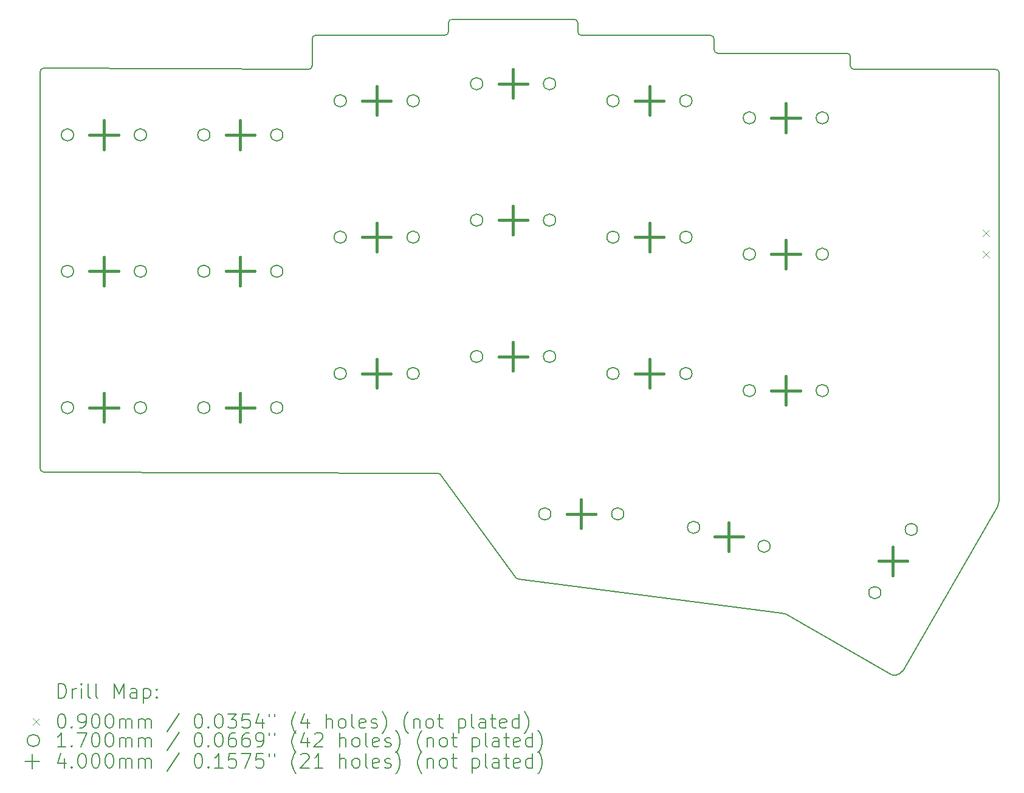
<source format=gbr>
%TF.GenerationSoftware,KiCad,Pcbnew,7.0.8*%
%TF.CreationDate,2023-10-24T16:55:24+02:00*%
%TF.ProjectId,corne-chocolate,636f726e-652d-4636-986f-636f6c617465,2.1*%
%TF.SameCoordinates,Original*%
%TF.FileFunction,Drillmap*%
%TF.FilePolarity,Positive*%
%FSLAX45Y45*%
G04 Gerber Fmt 4.5, Leading zero omitted, Abs format (unit mm)*
G04 Created by KiCad (PCBNEW 7.0.8) date 2023-10-24 16:55:24*
%MOMM*%
%LPD*%
G01*
G04 APERTURE LIST*
%ADD10C,0.150000*%
%ADD11C,0.200000*%
%ADD12C,0.090000*%
%ADD13C,0.170000*%
%ADD14C,0.400000*%
G04 APERTURE END LIST*
D10*
X11650000Y-12425000D02*
X6159375Y-12409375D01*
X6109375Y-9434375D02*
X6109375Y-7534375D01*
X6109375Y-9434375D02*
X6109375Y-11334375D01*
X19475000Y-6850000D02*
X19475000Y-12797500D01*
X15500000Y-6525000D02*
X15500000Y-6375000D01*
X19452277Y-12884770D02*
G75*
G03*
X19475000Y-12797500I-147507J85000D01*
G01*
X13600000Y-6275000D02*
X13600000Y-6150000D01*
X6109375Y-7534375D02*
X6109375Y-6834375D01*
X19475000Y-6850000D02*
G75*
G03*
X19425000Y-6800000I-50000J0D01*
G01*
X11750000Y-6325000D02*
X9950000Y-6325000D01*
X9950000Y-6325000D02*
G75*
G03*
X9900000Y-6375000I0J-50000D01*
G01*
X9850000Y-6800000D02*
X6159375Y-6784375D01*
X12739645Y-13885355D02*
G75*
G03*
X12775000Y-13900000I35355J35355D01*
G01*
X17350000Y-6575000D02*
X15550000Y-6575000D01*
X16507500Y-14390000D02*
X17936925Y-15216096D01*
X9850000Y-6800000D02*
G75*
G03*
X9900000Y-6750000I0J50000D01*
G01*
X6109375Y-12359375D02*
G75*
G03*
X6159375Y-12409375I50005J5D01*
G01*
X13550000Y-6100000D02*
X11850000Y-6100000D01*
X15450000Y-6325000D02*
X13650000Y-6325000D01*
X17936928Y-15216091D02*
G75*
G03*
X18129726Y-15178146I77502J114991D01*
G01*
X11685355Y-12439645D02*
X12739645Y-13885355D01*
X15500000Y-6525000D02*
G75*
G03*
X15550000Y-6575000I50000J0D01*
G01*
X13600000Y-6150000D02*
G75*
G03*
X13550000Y-6100000I-50000J0D01*
G01*
X11800000Y-6150000D02*
X11800000Y-6275000D01*
X17400000Y-6625000D02*
G75*
G03*
X17350000Y-6575000I-50000J0D01*
G01*
X12775000Y-13900000D02*
X16442055Y-14377034D01*
X15500000Y-6375000D02*
G75*
G03*
X15450000Y-6325000I-50000J0D01*
G01*
X9900000Y-6375000D02*
X9900000Y-6750000D01*
X18129726Y-15178146D02*
X19452500Y-12885000D01*
X11750000Y-6325000D02*
G75*
G03*
X11800000Y-6275000I0J50000D01*
G01*
X16507500Y-14390000D02*
G75*
G03*
X16442055Y-14377034I-98760J-326840D01*
G01*
X11685355Y-12439645D02*
G75*
G03*
X11650000Y-12425000I-35355J-35355D01*
G01*
X13600000Y-6275000D02*
G75*
G03*
X13650000Y-6325000I50000J0D01*
G01*
X17400000Y-6750000D02*
G75*
G03*
X17450000Y-6800000I50000J0D01*
G01*
X6109375Y-11334375D02*
X6109375Y-12359375D01*
X17400000Y-6625000D02*
X17400000Y-6750000D01*
X11850000Y-6100000D02*
G75*
G03*
X11800000Y-6150000I0J-50000D01*
G01*
X6159375Y-6784375D02*
G75*
G03*
X6109375Y-6834375I-5J-49995D01*
G01*
X19425000Y-6800000D02*
X17450000Y-6800000D01*
D11*
D12*
X19245000Y-9032500D02*
X19335000Y-9122500D01*
X19335000Y-9032500D02*
X19245000Y-9122500D01*
X19245000Y-9032500D02*
X19335000Y-9122500D01*
X19335000Y-9032500D02*
X19245000Y-9122500D01*
X19245000Y-9332500D02*
X19335000Y-9422500D01*
X19335000Y-9332500D02*
X19245000Y-9422500D01*
X19245000Y-9332500D02*
X19335000Y-9422500D01*
X19335000Y-9332500D02*
X19245000Y-9422500D01*
D13*
X6577000Y-7712500D02*
G75*
G03*
X6577000Y-7712500I-85000J0D01*
G01*
X6577000Y-9612500D02*
G75*
G03*
X6577000Y-9612500I-85000J0D01*
G01*
X6577000Y-11512500D02*
G75*
G03*
X6577000Y-11512500I-85000J0D01*
G01*
X7593000Y-7712500D02*
G75*
G03*
X7593000Y-7712500I-85000J0D01*
G01*
X7593000Y-9612500D02*
G75*
G03*
X7593000Y-9612500I-85000J0D01*
G01*
X7593000Y-11512500D02*
G75*
G03*
X7593000Y-11512500I-85000J0D01*
G01*
X8477000Y-7712500D02*
G75*
G03*
X8477000Y-7712500I-85000J0D01*
G01*
X8477000Y-9612500D02*
G75*
G03*
X8477000Y-9612500I-85000J0D01*
G01*
X8477000Y-11512500D02*
G75*
G03*
X8477000Y-11512500I-85000J0D01*
G01*
X9493000Y-7712500D02*
G75*
G03*
X9493000Y-7712500I-85000J0D01*
G01*
X9493000Y-9612500D02*
G75*
G03*
X9493000Y-9612500I-85000J0D01*
G01*
X9493000Y-11512500D02*
G75*
G03*
X9493000Y-11512500I-85000J0D01*
G01*
X10377000Y-7237500D02*
G75*
G03*
X10377000Y-7237500I-85000J0D01*
G01*
X10377000Y-9137500D02*
G75*
G03*
X10377000Y-9137500I-85000J0D01*
G01*
X10377000Y-11037500D02*
G75*
G03*
X10377000Y-11037500I-85000J0D01*
G01*
X11393000Y-7237500D02*
G75*
G03*
X11393000Y-7237500I-85000J0D01*
G01*
X11393000Y-9137500D02*
G75*
G03*
X11393000Y-9137500I-85000J0D01*
G01*
X11393000Y-11037500D02*
G75*
G03*
X11393000Y-11037500I-85000J0D01*
G01*
X12277000Y-7000000D02*
G75*
G03*
X12277000Y-7000000I-85000J0D01*
G01*
X12277000Y-8900000D02*
G75*
G03*
X12277000Y-8900000I-85000J0D01*
G01*
X12277000Y-10800000D02*
G75*
G03*
X12277000Y-10800000I-85000J0D01*
G01*
X13227000Y-12993750D02*
G75*
G03*
X13227000Y-12993750I-85000J0D01*
G01*
X13293000Y-7000000D02*
G75*
G03*
X13293000Y-7000000I-85000J0D01*
G01*
X13293000Y-8900000D02*
G75*
G03*
X13293000Y-8900000I-85000J0D01*
G01*
X13293000Y-10800000D02*
G75*
G03*
X13293000Y-10800000I-85000J0D01*
G01*
X14177000Y-7237500D02*
G75*
G03*
X14177000Y-7237500I-85000J0D01*
G01*
X14177000Y-9137500D02*
G75*
G03*
X14177000Y-9137500I-85000J0D01*
G01*
X14177000Y-11037500D02*
G75*
G03*
X14177000Y-11037500I-85000J0D01*
G01*
X14243000Y-12993750D02*
G75*
G03*
X14243000Y-12993750I-85000J0D01*
G01*
X15193000Y-7237500D02*
G75*
G03*
X15193000Y-7237500I-85000J0D01*
G01*
X15193000Y-9137500D02*
G75*
G03*
X15193000Y-9137500I-85000J0D01*
G01*
X15193000Y-11037500D02*
G75*
G03*
X15193000Y-11037500I-85000J0D01*
G01*
X15300560Y-13181020D02*
G75*
G03*
X15300560Y-13181020I-85000J0D01*
G01*
X16077000Y-7475000D02*
G75*
G03*
X16077000Y-7475000I-85000J0D01*
G01*
X16077000Y-9375000D02*
G75*
G03*
X16077000Y-9375000I-85000J0D01*
G01*
X16077000Y-11275000D02*
G75*
G03*
X16077000Y-11275000I-85000J0D01*
G01*
X16281940Y-13443980D02*
G75*
G03*
X16281940Y-13443980I-85000J0D01*
G01*
X17093000Y-7475000D02*
G75*
G03*
X17093000Y-7475000I-85000J0D01*
G01*
X17093000Y-9375000D02*
G75*
G03*
X17093000Y-9375000I-85000J0D01*
G01*
X17093000Y-11275000D02*
G75*
G03*
X17093000Y-11275000I-85000J0D01*
G01*
X17824750Y-14089941D02*
G75*
G03*
X17824750Y-14089941I-85000J0D01*
G01*
X18332750Y-13210059D02*
G75*
G03*
X18332750Y-13210059I-85000J0D01*
G01*
D14*
X7000000Y-7512500D02*
X7000000Y-7912500D01*
X6800000Y-7712500D02*
X7200000Y-7712500D01*
X7000000Y-9412500D02*
X7000000Y-9812500D01*
X6800000Y-9612500D02*
X7200000Y-9612500D01*
X7000000Y-11312500D02*
X7000000Y-11712500D01*
X6800000Y-11512500D02*
X7200000Y-11512500D01*
X8900000Y-7512500D02*
X8900000Y-7912500D01*
X8700000Y-7712500D02*
X9100000Y-7712500D01*
X8900000Y-9412500D02*
X8900000Y-9812500D01*
X8700000Y-9612500D02*
X9100000Y-9612500D01*
X8900000Y-11312500D02*
X8900000Y-11712500D01*
X8700000Y-11512500D02*
X9100000Y-11512500D01*
X10800000Y-7037500D02*
X10800000Y-7437500D01*
X10600000Y-7237500D02*
X11000000Y-7237500D01*
X10800000Y-8937500D02*
X10800000Y-9337500D01*
X10600000Y-9137500D02*
X11000000Y-9137500D01*
X10800000Y-10837500D02*
X10800000Y-11237500D01*
X10600000Y-11037500D02*
X11000000Y-11037500D01*
X12700000Y-6800000D02*
X12700000Y-7200000D01*
X12500000Y-7000000D02*
X12900000Y-7000000D01*
X12700000Y-8700000D02*
X12700000Y-9100000D01*
X12500000Y-8900000D02*
X12900000Y-8900000D01*
X12700000Y-10600000D02*
X12700000Y-11000000D01*
X12500000Y-10800000D02*
X12900000Y-10800000D01*
X13650000Y-12793750D02*
X13650000Y-13193750D01*
X13450000Y-12993750D02*
X13850000Y-12993750D01*
X14600000Y-7037500D02*
X14600000Y-7437500D01*
X14400000Y-7237500D02*
X14800000Y-7237500D01*
X14600000Y-8937500D02*
X14600000Y-9337500D01*
X14400000Y-9137500D02*
X14800000Y-9137500D01*
X14600000Y-10837500D02*
X14600000Y-11237500D01*
X14400000Y-11037500D02*
X14800000Y-11037500D01*
X15706250Y-13112500D02*
X15706250Y-13512500D01*
X15506250Y-13312500D02*
X15906250Y-13312500D01*
X16500000Y-7275000D02*
X16500000Y-7675000D01*
X16300000Y-7475000D02*
X16700000Y-7475000D01*
X16500000Y-9175000D02*
X16500000Y-9575000D01*
X16300000Y-9375000D02*
X16700000Y-9375000D01*
X16500000Y-11075000D02*
X16500000Y-11475000D01*
X16300000Y-11275000D02*
X16700000Y-11275000D01*
X17993750Y-13450000D02*
X17993750Y-13850000D01*
X17793750Y-13650000D02*
X18193750Y-13650000D01*
D11*
X6362652Y-15558754D02*
X6362652Y-15358754D01*
X6362652Y-15358754D02*
X6410271Y-15358754D01*
X6410271Y-15358754D02*
X6438842Y-15368278D01*
X6438842Y-15368278D02*
X6457890Y-15387325D01*
X6457890Y-15387325D02*
X6467414Y-15406373D01*
X6467414Y-15406373D02*
X6476937Y-15444468D01*
X6476937Y-15444468D02*
X6476937Y-15473040D01*
X6476937Y-15473040D02*
X6467414Y-15511135D01*
X6467414Y-15511135D02*
X6457890Y-15530182D01*
X6457890Y-15530182D02*
X6438842Y-15549230D01*
X6438842Y-15549230D02*
X6410271Y-15558754D01*
X6410271Y-15558754D02*
X6362652Y-15558754D01*
X6562652Y-15558754D02*
X6562652Y-15425420D01*
X6562652Y-15463516D02*
X6572176Y-15444468D01*
X6572176Y-15444468D02*
X6581699Y-15434944D01*
X6581699Y-15434944D02*
X6600747Y-15425420D01*
X6600747Y-15425420D02*
X6619795Y-15425420D01*
X6686461Y-15558754D02*
X6686461Y-15425420D01*
X6686461Y-15358754D02*
X6676937Y-15368278D01*
X6676937Y-15368278D02*
X6686461Y-15377801D01*
X6686461Y-15377801D02*
X6695985Y-15368278D01*
X6695985Y-15368278D02*
X6686461Y-15358754D01*
X6686461Y-15358754D02*
X6686461Y-15377801D01*
X6810271Y-15558754D02*
X6791223Y-15549230D01*
X6791223Y-15549230D02*
X6781699Y-15530182D01*
X6781699Y-15530182D02*
X6781699Y-15358754D01*
X6915033Y-15558754D02*
X6895985Y-15549230D01*
X6895985Y-15549230D02*
X6886461Y-15530182D01*
X6886461Y-15530182D02*
X6886461Y-15358754D01*
X7143604Y-15558754D02*
X7143604Y-15358754D01*
X7143604Y-15358754D02*
X7210271Y-15501611D01*
X7210271Y-15501611D02*
X7276937Y-15358754D01*
X7276937Y-15358754D02*
X7276937Y-15558754D01*
X7457890Y-15558754D02*
X7457890Y-15453992D01*
X7457890Y-15453992D02*
X7448366Y-15434944D01*
X7448366Y-15434944D02*
X7429318Y-15425420D01*
X7429318Y-15425420D02*
X7391223Y-15425420D01*
X7391223Y-15425420D02*
X7372176Y-15434944D01*
X7457890Y-15549230D02*
X7438842Y-15558754D01*
X7438842Y-15558754D02*
X7391223Y-15558754D01*
X7391223Y-15558754D02*
X7372176Y-15549230D01*
X7372176Y-15549230D02*
X7362652Y-15530182D01*
X7362652Y-15530182D02*
X7362652Y-15511135D01*
X7362652Y-15511135D02*
X7372176Y-15492087D01*
X7372176Y-15492087D02*
X7391223Y-15482563D01*
X7391223Y-15482563D02*
X7438842Y-15482563D01*
X7438842Y-15482563D02*
X7457890Y-15473040D01*
X7553128Y-15425420D02*
X7553128Y-15625420D01*
X7553128Y-15434944D02*
X7572176Y-15425420D01*
X7572176Y-15425420D02*
X7610271Y-15425420D01*
X7610271Y-15425420D02*
X7629318Y-15434944D01*
X7629318Y-15434944D02*
X7638842Y-15444468D01*
X7638842Y-15444468D02*
X7648366Y-15463516D01*
X7648366Y-15463516D02*
X7648366Y-15520659D01*
X7648366Y-15520659D02*
X7638842Y-15539706D01*
X7638842Y-15539706D02*
X7629318Y-15549230D01*
X7629318Y-15549230D02*
X7610271Y-15558754D01*
X7610271Y-15558754D02*
X7572176Y-15558754D01*
X7572176Y-15558754D02*
X7553128Y-15549230D01*
X7734080Y-15539706D02*
X7743604Y-15549230D01*
X7743604Y-15549230D02*
X7734080Y-15558754D01*
X7734080Y-15558754D02*
X7724557Y-15549230D01*
X7724557Y-15549230D02*
X7734080Y-15539706D01*
X7734080Y-15539706D02*
X7734080Y-15558754D01*
X7734080Y-15434944D02*
X7743604Y-15444468D01*
X7743604Y-15444468D02*
X7734080Y-15453992D01*
X7734080Y-15453992D02*
X7724557Y-15444468D01*
X7724557Y-15444468D02*
X7734080Y-15434944D01*
X7734080Y-15434944D02*
X7734080Y-15453992D01*
D12*
X6011875Y-15842270D02*
X6101875Y-15932270D01*
X6101875Y-15842270D02*
X6011875Y-15932270D01*
D11*
X6400747Y-15778754D02*
X6419795Y-15778754D01*
X6419795Y-15778754D02*
X6438842Y-15788278D01*
X6438842Y-15788278D02*
X6448366Y-15797801D01*
X6448366Y-15797801D02*
X6457890Y-15816849D01*
X6457890Y-15816849D02*
X6467414Y-15854944D01*
X6467414Y-15854944D02*
X6467414Y-15902563D01*
X6467414Y-15902563D02*
X6457890Y-15940659D01*
X6457890Y-15940659D02*
X6448366Y-15959706D01*
X6448366Y-15959706D02*
X6438842Y-15969230D01*
X6438842Y-15969230D02*
X6419795Y-15978754D01*
X6419795Y-15978754D02*
X6400747Y-15978754D01*
X6400747Y-15978754D02*
X6381699Y-15969230D01*
X6381699Y-15969230D02*
X6372176Y-15959706D01*
X6372176Y-15959706D02*
X6362652Y-15940659D01*
X6362652Y-15940659D02*
X6353128Y-15902563D01*
X6353128Y-15902563D02*
X6353128Y-15854944D01*
X6353128Y-15854944D02*
X6362652Y-15816849D01*
X6362652Y-15816849D02*
X6372176Y-15797801D01*
X6372176Y-15797801D02*
X6381699Y-15788278D01*
X6381699Y-15788278D02*
X6400747Y-15778754D01*
X6553128Y-15959706D02*
X6562652Y-15969230D01*
X6562652Y-15969230D02*
X6553128Y-15978754D01*
X6553128Y-15978754D02*
X6543604Y-15969230D01*
X6543604Y-15969230D02*
X6553128Y-15959706D01*
X6553128Y-15959706D02*
X6553128Y-15978754D01*
X6657890Y-15978754D02*
X6695985Y-15978754D01*
X6695985Y-15978754D02*
X6715033Y-15969230D01*
X6715033Y-15969230D02*
X6724557Y-15959706D01*
X6724557Y-15959706D02*
X6743604Y-15931135D01*
X6743604Y-15931135D02*
X6753128Y-15893040D01*
X6753128Y-15893040D02*
X6753128Y-15816849D01*
X6753128Y-15816849D02*
X6743604Y-15797801D01*
X6743604Y-15797801D02*
X6734080Y-15788278D01*
X6734080Y-15788278D02*
X6715033Y-15778754D01*
X6715033Y-15778754D02*
X6676937Y-15778754D01*
X6676937Y-15778754D02*
X6657890Y-15788278D01*
X6657890Y-15788278D02*
X6648366Y-15797801D01*
X6648366Y-15797801D02*
X6638842Y-15816849D01*
X6638842Y-15816849D02*
X6638842Y-15864468D01*
X6638842Y-15864468D02*
X6648366Y-15883516D01*
X6648366Y-15883516D02*
X6657890Y-15893040D01*
X6657890Y-15893040D02*
X6676937Y-15902563D01*
X6676937Y-15902563D02*
X6715033Y-15902563D01*
X6715033Y-15902563D02*
X6734080Y-15893040D01*
X6734080Y-15893040D02*
X6743604Y-15883516D01*
X6743604Y-15883516D02*
X6753128Y-15864468D01*
X6876937Y-15778754D02*
X6895985Y-15778754D01*
X6895985Y-15778754D02*
X6915033Y-15788278D01*
X6915033Y-15788278D02*
X6924557Y-15797801D01*
X6924557Y-15797801D02*
X6934080Y-15816849D01*
X6934080Y-15816849D02*
X6943604Y-15854944D01*
X6943604Y-15854944D02*
X6943604Y-15902563D01*
X6943604Y-15902563D02*
X6934080Y-15940659D01*
X6934080Y-15940659D02*
X6924557Y-15959706D01*
X6924557Y-15959706D02*
X6915033Y-15969230D01*
X6915033Y-15969230D02*
X6895985Y-15978754D01*
X6895985Y-15978754D02*
X6876937Y-15978754D01*
X6876937Y-15978754D02*
X6857890Y-15969230D01*
X6857890Y-15969230D02*
X6848366Y-15959706D01*
X6848366Y-15959706D02*
X6838842Y-15940659D01*
X6838842Y-15940659D02*
X6829318Y-15902563D01*
X6829318Y-15902563D02*
X6829318Y-15854944D01*
X6829318Y-15854944D02*
X6838842Y-15816849D01*
X6838842Y-15816849D02*
X6848366Y-15797801D01*
X6848366Y-15797801D02*
X6857890Y-15788278D01*
X6857890Y-15788278D02*
X6876937Y-15778754D01*
X7067414Y-15778754D02*
X7086461Y-15778754D01*
X7086461Y-15778754D02*
X7105509Y-15788278D01*
X7105509Y-15788278D02*
X7115033Y-15797801D01*
X7115033Y-15797801D02*
X7124557Y-15816849D01*
X7124557Y-15816849D02*
X7134080Y-15854944D01*
X7134080Y-15854944D02*
X7134080Y-15902563D01*
X7134080Y-15902563D02*
X7124557Y-15940659D01*
X7124557Y-15940659D02*
X7115033Y-15959706D01*
X7115033Y-15959706D02*
X7105509Y-15969230D01*
X7105509Y-15969230D02*
X7086461Y-15978754D01*
X7086461Y-15978754D02*
X7067414Y-15978754D01*
X7067414Y-15978754D02*
X7048366Y-15969230D01*
X7048366Y-15969230D02*
X7038842Y-15959706D01*
X7038842Y-15959706D02*
X7029318Y-15940659D01*
X7029318Y-15940659D02*
X7019795Y-15902563D01*
X7019795Y-15902563D02*
X7019795Y-15854944D01*
X7019795Y-15854944D02*
X7029318Y-15816849D01*
X7029318Y-15816849D02*
X7038842Y-15797801D01*
X7038842Y-15797801D02*
X7048366Y-15788278D01*
X7048366Y-15788278D02*
X7067414Y-15778754D01*
X7219795Y-15978754D02*
X7219795Y-15845420D01*
X7219795Y-15864468D02*
X7229318Y-15854944D01*
X7229318Y-15854944D02*
X7248366Y-15845420D01*
X7248366Y-15845420D02*
X7276938Y-15845420D01*
X7276938Y-15845420D02*
X7295985Y-15854944D01*
X7295985Y-15854944D02*
X7305509Y-15873992D01*
X7305509Y-15873992D02*
X7305509Y-15978754D01*
X7305509Y-15873992D02*
X7315033Y-15854944D01*
X7315033Y-15854944D02*
X7334080Y-15845420D01*
X7334080Y-15845420D02*
X7362652Y-15845420D01*
X7362652Y-15845420D02*
X7381699Y-15854944D01*
X7381699Y-15854944D02*
X7391223Y-15873992D01*
X7391223Y-15873992D02*
X7391223Y-15978754D01*
X7486461Y-15978754D02*
X7486461Y-15845420D01*
X7486461Y-15864468D02*
X7495985Y-15854944D01*
X7495985Y-15854944D02*
X7515033Y-15845420D01*
X7515033Y-15845420D02*
X7543604Y-15845420D01*
X7543604Y-15845420D02*
X7562652Y-15854944D01*
X7562652Y-15854944D02*
X7572176Y-15873992D01*
X7572176Y-15873992D02*
X7572176Y-15978754D01*
X7572176Y-15873992D02*
X7581699Y-15854944D01*
X7581699Y-15854944D02*
X7600747Y-15845420D01*
X7600747Y-15845420D02*
X7629318Y-15845420D01*
X7629318Y-15845420D02*
X7648366Y-15854944D01*
X7648366Y-15854944D02*
X7657890Y-15873992D01*
X7657890Y-15873992D02*
X7657890Y-15978754D01*
X8048366Y-15769230D02*
X7876938Y-16026373D01*
X8305509Y-15778754D02*
X8324557Y-15778754D01*
X8324557Y-15778754D02*
X8343604Y-15788278D01*
X8343604Y-15788278D02*
X8353128Y-15797801D01*
X8353128Y-15797801D02*
X8362652Y-15816849D01*
X8362652Y-15816849D02*
X8372176Y-15854944D01*
X8372176Y-15854944D02*
X8372176Y-15902563D01*
X8372176Y-15902563D02*
X8362652Y-15940659D01*
X8362652Y-15940659D02*
X8353128Y-15959706D01*
X8353128Y-15959706D02*
X8343604Y-15969230D01*
X8343604Y-15969230D02*
X8324557Y-15978754D01*
X8324557Y-15978754D02*
X8305509Y-15978754D01*
X8305509Y-15978754D02*
X8286461Y-15969230D01*
X8286461Y-15969230D02*
X8276938Y-15959706D01*
X8276938Y-15959706D02*
X8267414Y-15940659D01*
X8267414Y-15940659D02*
X8257890Y-15902563D01*
X8257890Y-15902563D02*
X8257890Y-15854944D01*
X8257890Y-15854944D02*
X8267414Y-15816849D01*
X8267414Y-15816849D02*
X8276938Y-15797801D01*
X8276938Y-15797801D02*
X8286461Y-15788278D01*
X8286461Y-15788278D02*
X8305509Y-15778754D01*
X8457890Y-15959706D02*
X8467414Y-15969230D01*
X8467414Y-15969230D02*
X8457890Y-15978754D01*
X8457890Y-15978754D02*
X8448366Y-15969230D01*
X8448366Y-15969230D02*
X8457890Y-15959706D01*
X8457890Y-15959706D02*
X8457890Y-15978754D01*
X8591223Y-15778754D02*
X8610271Y-15778754D01*
X8610271Y-15778754D02*
X8629319Y-15788278D01*
X8629319Y-15788278D02*
X8638843Y-15797801D01*
X8638843Y-15797801D02*
X8648366Y-15816849D01*
X8648366Y-15816849D02*
X8657890Y-15854944D01*
X8657890Y-15854944D02*
X8657890Y-15902563D01*
X8657890Y-15902563D02*
X8648366Y-15940659D01*
X8648366Y-15940659D02*
X8638843Y-15959706D01*
X8638843Y-15959706D02*
X8629319Y-15969230D01*
X8629319Y-15969230D02*
X8610271Y-15978754D01*
X8610271Y-15978754D02*
X8591223Y-15978754D01*
X8591223Y-15978754D02*
X8572176Y-15969230D01*
X8572176Y-15969230D02*
X8562652Y-15959706D01*
X8562652Y-15959706D02*
X8553128Y-15940659D01*
X8553128Y-15940659D02*
X8543604Y-15902563D01*
X8543604Y-15902563D02*
X8543604Y-15854944D01*
X8543604Y-15854944D02*
X8553128Y-15816849D01*
X8553128Y-15816849D02*
X8562652Y-15797801D01*
X8562652Y-15797801D02*
X8572176Y-15788278D01*
X8572176Y-15788278D02*
X8591223Y-15778754D01*
X8724557Y-15778754D02*
X8848366Y-15778754D01*
X8848366Y-15778754D02*
X8781700Y-15854944D01*
X8781700Y-15854944D02*
X8810271Y-15854944D01*
X8810271Y-15854944D02*
X8829319Y-15864468D01*
X8829319Y-15864468D02*
X8838843Y-15873992D01*
X8838843Y-15873992D02*
X8848366Y-15893040D01*
X8848366Y-15893040D02*
X8848366Y-15940659D01*
X8848366Y-15940659D02*
X8838843Y-15959706D01*
X8838843Y-15959706D02*
X8829319Y-15969230D01*
X8829319Y-15969230D02*
X8810271Y-15978754D01*
X8810271Y-15978754D02*
X8753128Y-15978754D01*
X8753128Y-15978754D02*
X8734081Y-15969230D01*
X8734081Y-15969230D02*
X8724557Y-15959706D01*
X9029319Y-15778754D02*
X8934081Y-15778754D01*
X8934081Y-15778754D02*
X8924557Y-15873992D01*
X8924557Y-15873992D02*
X8934081Y-15864468D01*
X8934081Y-15864468D02*
X8953128Y-15854944D01*
X8953128Y-15854944D02*
X9000747Y-15854944D01*
X9000747Y-15854944D02*
X9019795Y-15864468D01*
X9019795Y-15864468D02*
X9029319Y-15873992D01*
X9029319Y-15873992D02*
X9038843Y-15893040D01*
X9038843Y-15893040D02*
X9038843Y-15940659D01*
X9038843Y-15940659D02*
X9029319Y-15959706D01*
X9029319Y-15959706D02*
X9019795Y-15969230D01*
X9019795Y-15969230D02*
X9000747Y-15978754D01*
X9000747Y-15978754D02*
X8953128Y-15978754D01*
X8953128Y-15978754D02*
X8934081Y-15969230D01*
X8934081Y-15969230D02*
X8924557Y-15959706D01*
X9210271Y-15845420D02*
X9210271Y-15978754D01*
X9162652Y-15769230D02*
X9115033Y-15912087D01*
X9115033Y-15912087D02*
X9238843Y-15912087D01*
X9305509Y-15778754D02*
X9305509Y-15816849D01*
X9381700Y-15778754D02*
X9381700Y-15816849D01*
X9676938Y-16054944D02*
X9667414Y-16045420D01*
X9667414Y-16045420D02*
X9648366Y-16016849D01*
X9648366Y-16016849D02*
X9638843Y-15997801D01*
X9638843Y-15997801D02*
X9629319Y-15969230D01*
X9629319Y-15969230D02*
X9619795Y-15921611D01*
X9619795Y-15921611D02*
X9619795Y-15883516D01*
X9619795Y-15883516D02*
X9629319Y-15835897D01*
X9629319Y-15835897D02*
X9638843Y-15807325D01*
X9638843Y-15807325D02*
X9648366Y-15788278D01*
X9648366Y-15788278D02*
X9667414Y-15759706D01*
X9667414Y-15759706D02*
X9676938Y-15750182D01*
X9838843Y-15845420D02*
X9838843Y-15978754D01*
X9791224Y-15769230D02*
X9743605Y-15912087D01*
X9743605Y-15912087D02*
X9867414Y-15912087D01*
X10095986Y-15978754D02*
X10095986Y-15778754D01*
X10181700Y-15978754D02*
X10181700Y-15873992D01*
X10181700Y-15873992D02*
X10172176Y-15854944D01*
X10172176Y-15854944D02*
X10153128Y-15845420D01*
X10153128Y-15845420D02*
X10124557Y-15845420D01*
X10124557Y-15845420D02*
X10105509Y-15854944D01*
X10105509Y-15854944D02*
X10095986Y-15864468D01*
X10305509Y-15978754D02*
X10286462Y-15969230D01*
X10286462Y-15969230D02*
X10276938Y-15959706D01*
X10276938Y-15959706D02*
X10267414Y-15940659D01*
X10267414Y-15940659D02*
X10267414Y-15883516D01*
X10267414Y-15883516D02*
X10276938Y-15864468D01*
X10276938Y-15864468D02*
X10286462Y-15854944D01*
X10286462Y-15854944D02*
X10305509Y-15845420D01*
X10305509Y-15845420D02*
X10334081Y-15845420D01*
X10334081Y-15845420D02*
X10353128Y-15854944D01*
X10353128Y-15854944D02*
X10362652Y-15864468D01*
X10362652Y-15864468D02*
X10372176Y-15883516D01*
X10372176Y-15883516D02*
X10372176Y-15940659D01*
X10372176Y-15940659D02*
X10362652Y-15959706D01*
X10362652Y-15959706D02*
X10353128Y-15969230D01*
X10353128Y-15969230D02*
X10334081Y-15978754D01*
X10334081Y-15978754D02*
X10305509Y-15978754D01*
X10486462Y-15978754D02*
X10467414Y-15969230D01*
X10467414Y-15969230D02*
X10457890Y-15950182D01*
X10457890Y-15950182D02*
X10457890Y-15778754D01*
X10638843Y-15969230D02*
X10619795Y-15978754D01*
X10619795Y-15978754D02*
X10581700Y-15978754D01*
X10581700Y-15978754D02*
X10562652Y-15969230D01*
X10562652Y-15969230D02*
X10553128Y-15950182D01*
X10553128Y-15950182D02*
X10553128Y-15873992D01*
X10553128Y-15873992D02*
X10562652Y-15854944D01*
X10562652Y-15854944D02*
X10581700Y-15845420D01*
X10581700Y-15845420D02*
X10619795Y-15845420D01*
X10619795Y-15845420D02*
X10638843Y-15854944D01*
X10638843Y-15854944D02*
X10648367Y-15873992D01*
X10648367Y-15873992D02*
X10648367Y-15893040D01*
X10648367Y-15893040D02*
X10553128Y-15912087D01*
X10724557Y-15969230D02*
X10743605Y-15978754D01*
X10743605Y-15978754D02*
X10781700Y-15978754D01*
X10781700Y-15978754D02*
X10800748Y-15969230D01*
X10800748Y-15969230D02*
X10810271Y-15950182D01*
X10810271Y-15950182D02*
X10810271Y-15940659D01*
X10810271Y-15940659D02*
X10800748Y-15921611D01*
X10800748Y-15921611D02*
X10781700Y-15912087D01*
X10781700Y-15912087D02*
X10753128Y-15912087D01*
X10753128Y-15912087D02*
X10734081Y-15902563D01*
X10734081Y-15902563D02*
X10724557Y-15883516D01*
X10724557Y-15883516D02*
X10724557Y-15873992D01*
X10724557Y-15873992D02*
X10734081Y-15854944D01*
X10734081Y-15854944D02*
X10753128Y-15845420D01*
X10753128Y-15845420D02*
X10781700Y-15845420D01*
X10781700Y-15845420D02*
X10800748Y-15854944D01*
X10876938Y-16054944D02*
X10886462Y-16045420D01*
X10886462Y-16045420D02*
X10905509Y-16016849D01*
X10905509Y-16016849D02*
X10915033Y-15997801D01*
X10915033Y-15997801D02*
X10924557Y-15969230D01*
X10924557Y-15969230D02*
X10934081Y-15921611D01*
X10934081Y-15921611D02*
X10934081Y-15883516D01*
X10934081Y-15883516D02*
X10924557Y-15835897D01*
X10924557Y-15835897D02*
X10915033Y-15807325D01*
X10915033Y-15807325D02*
X10905509Y-15788278D01*
X10905509Y-15788278D02*
X10886462Y-15759706D01*
X10886462Y-15759706D02*
X10876938Y-15750182D01*
X11238843Y-16054944D02*
X11229319Y-16045420D01*
X11229319Y-16045420D02*
X11210271Y-16016849D01*
X11210271Y-16016849D02*
X11200747Y-15997801D01*
X11200747Y-15997801D02*
X11191224Y-15969230D01*
X11191224Y-15969230D02*
X11181700Y-15921611D01*
X11181700Y-15921611D02*
X11181700Y-15883516D01*
X11181700Y-15883516D02*
X11191224Y-15835897D01*
X11191224Y-15835897D02*
X11200747Y-15807325D01*
X11200747Y-15807325D02*
X11210271Y-15788278D01*
X11210271Y-15788278D02*
X11229319Y-15759706D01*
X11229319Y-15759706D02*
X11238843Y-15750182D01*
X11315033Y-15845420D02*
X11315033Y-15978754D01*
X11315033Y-15864468D02*
X11324557Y-15854944D01*
X11324557Y-15854944D02*
X11343605Y-15845420D01*
X11343605Y-15845420D02*
X11372176Y-15845420D01*
X11372176Y-15845420D02*
X11391224Y-15854944D01*
X11391224Y-15854944D02*
X11400747Y-15873992D01*
X11400747Y-15873992D02*
X11400747Y-15978754D01*
X11524557Y-15978754D02*
X11505509Y-15969230D01*
X11505509Y-15969230D02*
X11495986Y-15959706D01*
X11495986Y-15959706D02*
X11486462Y-15940659D01*
X11486462Y-15940659D02*
X11486462Y-15883516D01*
X11486462Y-15883516D02*
X11495986Y-15864468D01*
X11495986Y-15864468D02*
X11505509Y-15854944D01*
X11505509Y-15854944D02*
X11524557Y-15845420D01*
X11524557Y-15845420D02*
X11553128Y-15845420D01*
X11553128Y-15845420D02*
X11572176Y-15854944D01*
X11572176Y-15854944D02*
X11581700Y-15864468D01*
X11581700Y-15864468D02*
X11591224Y-15883516D01*
X11591224Y-15883516D02*
X11591224Y-15940659D01*
X11591224Y-15940659D02*
X11581700Y-15959706D01*
X11581700Y-15959706D02*
X11572176Y-15969230D01*
X11572176Y-15969230D02*
X11553128Y-15978754D01*
X11553128Y-15978754D02*
X11524557Y-15978754D01*
X11648367Y-15845420D02*
X11724557Y-15845420D01*
X11676938Y-15778754D02*
X11676938Y-15950182D01*
X11676938Y-15950182D02*
X11686462Y-15969230D01*
X11686462Y-15969230D02*
X11705509Y-15978754D01*
X11705509Y-15978754D02*
X11724557Y-15978754D01*
X11943605Y-15845420D02*
X11943605Y-16045420D01*
X11943605Y-15854944D02*
X11962652Y-15845420D01*
X11962652Y-15845420D02*
X12000748Y-15845420D01*
X12000748Y-15845420D02*
X12019795Y-15854944D01*
X12019795Y-15854944D02*
X12029319Y-15864468D01*
X12029319Y-15864468D02*
X12038843Y-15883516D01*
X12038843Y-15883516D02*
X12038843Y-15940659D01*
X12038843Y-15940659D02*
X12029319Y-15959706D01*
X12029319Y-15959706D02*
X12019795Y-15969230D01*
X12019795Y-15969230D02*
X12000748Y-15978754D01*
X12000748Y-15978754D02*
X11962652Y-15978754D01*
X11962652Y-15978754D02*
X11943605Y-15969230D01*
X12153128Y-15978754D02*
X12134081Y-15969230D01*
X12134081Y-15969230D02*
X12124557Y-15950182D01*
X12124557Y-15950182D02*
X12124557Y-15778754D01*
X12315033Y-15978754D02*
X12315033Y-15873992D01*
X12315033Y-15873992D02*
X12305509Y-15854944D01*
X12305509Y-15854944D02*
X12286462Y-15845420D01*
X12286462Y-15845420D02*
X12248367Y-15845420D01*
X12248367Y-15845420D02*
X12229319Y-15854944D01*
X12315033Y-15969230D02*
X12295986Y-15978754D01*
X12295986Y-15978754D02*
X12248367Y-15978754D01*
X12248367Y-15978754D02*
X12229319Y-15969230D01*
X12229319Y-15969230D02*
X12219795Y-15950182D01*
X12219795Y-15950182D02*
X12219795Y-15931135D01*
X12219795Y-15931135D02*
X12229319Y-15912087D01*
X12229319Y-15912087D02*
X12248367Y-15902563D01*
X12248367Y-15902563D02*
X12295986Y-15902563D01*
X12295986Y-15902563D02*
X12315033Y-15893040D01*
X12381700Y-15845420D02*
X12457890Y-15845420D01*
X12410271Y-15778754D02*
X12410271Y-15950182D01*
X12410271Y-15950182D02*
X12419795Y-15969230D01*
X12419795Y-15969230D02*
X12438843Y-15978754D01*
X12438843Y-15978754D02*
X12457890Y-15978754D01*
X12600748Y-15969230D02*
X12581700Y-15978754D01*
X12581700Y-15978754D02*
X12543605Y-15978754D01*
X12543605Y-15978754D02*
X12524557Y-15969230D01*
X12524557Y-15969230D02*
X12515033Y-15950182D01*
X12515033Y-15950182D02*
X12515033Y-15873992D01*
X12515033Y-15873992D02*
X12524557Y-15854944D01*
X12524557Y-15854944D02*
X12543605Y-15845420D01*
X12543605Y-15845420D02*
X12581700Y-15845420D01*
X12581700Y-15845420D02*
X12600748Y-15854944D01*
X12600748Y-15854944D02*
X12610271Y-15873992D01*
X12610271Y-15873992D02*
X12610271Y-15893040D01*
X12610271Y-15893040D02*
X12515033Y-15912087D01*
X12781700Y-15978754D02*
X12781700Y-15778754D01*
X12781700Y-15969230D02*
X12762652Y-15978754D01*
X12762652Y-15978754D02*
X12724557Y-15978754D01*
X12724557Y-15978754D02*
X12705509Y-15969230D01*
X12705509Y-15969230D02*
X12695986Y-15959706D01*
X12695986Y-15959706D02*
X12686462Y-15940659D01*
X12686462Y-15940659D02*
X12686462Y-15883516D01*
X12686462Y-15883516D02*
X12695986Y-15864468D01*
X12695986Y-15864468D02*
X12705509Y-15854944D01*
X12705509Y-15854944D02*
X12724557Y-15845420D01*
X12724557Y-15845420D02*
X12762652Y-15845420D01*
X12762652Y-15845420D02*
X12781700Y-15854944D01*
X12857890Y-16054944D02*
X12867414Y-16045420D01*
X12867414Y-16045420D02*
X12886462Y-16016849D01*
X12886462Y-16016849D02*
X12895986Y-15997801D01*
X12895986Y-15997801D02*
X12905509Y-15969230D01*
X12905509Y-15969230D02*
X12915033Y-15921611D01*
X12915033Y-15921611D02*
X12915033Y-15883516D01*
X12915033Y-15883516D02*
X12905509Y-15835897D01*
X12905509Y-15835897D02*
X12895986Y-15807325D01*
X12895986Y-15807325D02*
X12886462Y-15788278D01*
X12886462Y-15788278D02*
X12867414Y-15759706D01*
X12867414Y-15759706D02*
X12857890Y-15750182D01*
D13*
X6101875Y-16151270D02*
G75*
G03*
X6101875Y-16151270I-85000J0D01*
G01*
D11*
X6467414Y-16242754D02*
X6353128Y-16242754D01*
X6410271Y-16242754D02*
X6410271Y-16042754D01*
X6410271Y-16042754D02*
X6391223Y-16071325D01*
X6391223Y-16071325D02*
X6372176Y-16090373D01*
X6372176Y-16090373D02*
X6353128Y-16099897D01*
X6553128Y-16223706D02*
X6562652Y-16233230D01*
X6562652Y-16233230D02*
X6553128Y-16242754D01*
X6553128Y-16242754D02*
X6543604Y-16233230D01*
X6543604Y-16233230D02*
X6553128Y-16223706D01*
X6553128Y-16223706D02*
X6553128Y-16242754D01*
X6629318Y-16042754D02*
X6762652Y-16042754D01*
X6762652Y-16042754D02*
X6676937Y-16242754D01*
X6876937Y-16042754D02*
X6895985Y-16042754D01*
X6895985Y-16042754D02*
X6915033Y-16052278D01*
X6915033Y-16052278D02*
X6924557Y-16061801D01*
X6924557Y-16061801D02*
X6934080Y-16080849D01*
X6934080Y-16080849D02*
X6943604Y-16118944D01*
X6943604Y-16118944D02*
X6943604Y-16166563D01*
X6943604Y-16166563D02*
X6934080Y-16204659D01*
X6934080Y-16204659D02*
X6924557Y-16223706D01*
X6924557Y-16223706D02*
X6915033Y-16233230D01*
X6915033Y-16233230D02*
X6895985Y-16242754D01*
X6895985Y-16242754D02*
X6876937Y-16242754D01*
X6876937Y-16242754D02*
X6857890Y-16233230D01*
X6857890Y-16233230D02*
X6848366Y-16223706D01*
X6848366Y-16223706D02*
X6838842Y-16204659D01*
X6838842Y-16204659D02*
X6829318Y-16166563D01*
X6829318Y-16166563D02*
X6829318Y-16118944D01*
X6829318Y-16118944D02*
X6838842Y-16080849D01*
X6838842Y-16080849D02*
X6848366Y-16061801D01*
X6848366Y-16061801D02*
X6857890Y-16052278D01*
X6857890Y-16052278D02*
X6876937Y-16042754D01*
X7067414Y-16042754D02*
X7086461Y-16042754D01*
X7086461Y-16042754D02*
X7105509Y-16052278D01*
X7105509Y-16052278D02*
X7115033Y-16061801D01*
X7115033Y-16061801D02*
X7124557Y-16080849D01*
X7124557Y-16080849D02*
X7134080Y-16118944D01*
X7134080Y-16118944D02*
X7134080Y-16166563D01*
X7134080Y-16166563D02*
X7124557Y-16204659D01*
X7124557Y-16204659D02*
X7115033Y-16223706D01*
X7115033Y-16223706D02*
X7105509Y-16233230D01*
X7105509Y-16233230D02*
X7086461Y-16242754D01*
X7086461Y-16242754D02*
X7067414Y-16242754D01*
X7067414Y-16242754D02*
X7048366Y-16233230D01*
X7048366Y-16233230D02*
X7038842Y-16223706D01*
X7038842Y-16223706D02*
X7029318Y-16204659D01*
X7029318Y-16204659D02*
X7019795Y-16166563D01*
X7019795Y-16166563D02*
X7019795Y-16118944D01*
X7019795Y-16118944D02*
X7029318Y-16080849D01*
X7029318Y-16080849D02*
X7038842Y-16061801D01*
X7038842Y-16061801D02*
X7048366Y-16052278D01*
X7048366Y-16052278D02*
X7067414Y-16042754D01*
X7219795Y-16242754D02*
X7219795Y-16109420D01*
X7219795Y-16128468D02*
X7229318Y-16118944D01*
X7229318Y-16118944D02*
X7248366Y-16109420D01*
X7248366Y-16109420D02*
X7276938Y-16109420D01*
X7276938Y-16109420D02*
X7295985Y-16118944D01*
X7295985Y-16118944D02*
X7305509Y-16137992D01*
X7305509Y-16137992D02*
X7305509Y-16242754D01*
X7305509Y-16137992D02*
X7315033Y-16118944D01*
X7315033Y-16118944D02*
X7334080Y-16109420D01*
X7334080Y-16109420D02*
X7362652Y-16109420D01*
X7362652Y-16109420D02*
X7381699Y-16118944D01*
X7381699Y-16118944D02*
X7391223Y-16137992D01*
X7391223Y-16137992D02*
X7391223Y-16242754D01*
X7486461Y-16242754D02*
X7486461Y-16109420D01*
X7486461Y-16128468D02*
X7495985Y-16118944D01*
X7495985Y-16118944D02*
X7515033Y-16109420D01*
X7515033Y-16109420D02*
X7543604Y-16109420D01*
X7543604Y-16109420D02*
X7562652Y-16118944D01*
X7562652Y-16118944D02*
X7572176Y-16137992D01*
X7572176Y-16137992D02*
X7572176Y-16242754D01*
X7572176Y-16137992D02*
X7581699Y-16118944D01*
X7581699Y-16118944D02*
X7600747Y-16109420D01*
X7600747Y-16109420D02*
X7629318Y-16109420D01*
X7629318Y-16109420D02*
X7648366Y-16118944D01*
X7648366Y-16118944D02*
X7657890Y-16137992D01*
X7657890Y-16137992D02*
X7657890Y-16242754D01*
X8048366Y-16033230D02*
X7876938Y-16290373D01*
X8305509Y-16042754D02*
X8324557Y-16042754D01*
X8324557Y-16042754D02*
X8343604Y-16052278D01*
X8343604Y-16052278D02*
X8353128Y-16061801D01*
X8353128Y-16061801D02*
X8362652Y-16080849D01*
X8362652Y-16080849D02*
X8372176Y-16118944D01*
X8372176Y-16118944D02*
X8372176Y-16166563D01*
X8372176Y-16166563D02*
X8362652Y-16204659D01*
X8362652Y-16204659D02*
X8353128Y-16223706D01*
X8353128Y-16223706D02*
X8343604Y-16233230D01*
X8343604Y-16233230D02*
X8324557Y-16242754D01*
X8324557Y-16242754D02*
X8305509Y-16242754D01*
X8305509Y-16242754D02*
X8286461Y-16233230D01*
X8286461Y-16233230D02*
X8276938Y-16223706D01*
X8276938Y-16223706D02*
X8267414Y-16204659D01*
X8267414Y-16204659D02*
X8257890Y-16166563D01*
X8257890Y-16166563D02*
X8257890Y-16118944D01*
X8257890Y-16118944D02*
X8267414Y-16080849D01*
X8267414Y-16080849D02*
X8276938Y-16061801D01*
X8276938Y-16061801D02*
X8286461Y-16052278D01*
X8286461Y-16052278D02*
X8305509Y-16042754D01*
X8457890Y-16223706D02*
X8467414Y-16233230D01*
X8467414Y-16233230D02*
X8457890Y-16242754D01*
X8457890Y-16242754D02*
X8448366Y-16233230D01*
X8448366Y-16233230D02*
X8457890Y-16223706D01*
X8457890Y-16223706D02*
X8457890Y-16242754D01*
X8591223Y-16042754D02*
X8610271Y-16042754D01*
X8610271Y-16042754D02*
X8629319Y-16052278D01*
X8629319Y-16052278D02*
X8638843Y-16061801D01*
X8638843Y-16061801D02*
X8648366Y-16080849D01*
X8648366Y-16080849D02*
X8657890Y-16118944D01*
X8657890Y-16118944D02*
X8657890Y-16166563D01*
X8657890Y-16166563D02*
X8648366Y-16204659D01*
X8648366Y-16204659D02*
X8638843Y-16223706D01*
X8638843Y-16223706D02*
X8629319Y-16233230D01*
X8629319Y-16233230D02*
X8610271Y-16242754D01*
X8610271Y-16242754D02*
X8591223Y-16242754D01*
X8591223Y-16242754D02*
X8572176Y-16233230D01*
X8572176Y-16233230D02*
X8562652Y-16223706D01*
X8562652Y-16223706D02*
X8553128Y-16204659D01*
X8553128Y-16204659D02*
X8543604Y-16166563D01*
X8543604Y-16166563D02*
X8543604Y-16118944D01*
X8543604Y-16118944D02*
X8553128Y-16080849D01*
X8553128Y-16080849D02*
X8562652Y-16061801D01*
X8562652Y-16061801D02*
X8572176Y-16052278D01*
X8572176Y-16052278D02*
X8591223Y-16042754D01*
X8829319Y-16042754D02*
X8791223Y-16042754D01*
X8791223Y-16042754D02*
X8772176Y-16052278D01*
X8772176Y-16052278D02*
X8762652Y-16061801D01*
X8762652Y-16061801D02*
X8743604Y-16090373D01*
X8743604Y-16090373D02*
X8734081Y-16128468D01*
X8734081Y-16128468D02*
X8734081Y-16204659D01*
X8734081Y-16204659D02*
X8743604Y-16223706D01*
X8743604Y-16223706D02*
X8753128Y-16233230D01*
X8753128Y-16233230D02*
X8772176Y-16242754D01*
X8772176Y-16242754D02*
X8810271Y-16242754D01*
X8810271Y-16242754D02*
X8829319Y-16233230D01*
X8829319Y-16233230D02*
X8838843Y-16223706D01*
X8838843Y-16223706D02*
X8848366Y-16204659D01*
X8848366Y-16204659D02*
X8848366Y-16157040D01*
X8848366Y-16157040D02*
X8838843Y-16137992D01*
X8838843Y-16137992D02*
X8829319Y-16128468D01*
X8829319Y-16128468D02*
X8810271Y-16118944D01*
X8810271Y-16118944D02*
X8772176Y-16118944D01*
X8772176Y-16118944D02*
X8753128Y-16128468D01*
X8753128Y-16128468D02*
X8743604Y-16137992D01*
X8743604Y-16137992D02*
X8734081Y-16157040D01*
X9019795Y-16042754D02*
X8981700Y-16042754D01*
X8981700Y-16042754D02*
X8962652Y-16052278D01*
X8962652Y-16052278D02*
X8953128Y-16061801D01*
X8953128Y-16061801D02*
X8934081Y-16090373D01*
X8934081Y-16090373D02*
X8924557Y-16128468D01*
X8924557Y-16128468D02*
X8924557Y-16204659D01*
X8924557Y-16204659D02*
X8934081Y-16223706D01*
X8934081Y-16223706D02*
X8943604Y-16233230D01*
X8943604Y-16233230D02*
X8962652Y-16242754D01*
X8962652Y-16242754D02*
X9000747Y-16242754D01*
X9000747Y-16242754D02*
X9019795Y-16233230D01*
X9019795Y-16233230D02*
X9029319Y-16223706D01*
X9029319Y-16223706D02*
X9038843Y-16204659D01*
X9038843Y-16204659D02*
X9038843Y-16157040D01*
X9038843Y-16157040D02*
X9029319Y-16137992D01*
X9029319Y-16137992D02*
X9019795Y-16128468D01*
X9019795Y-16128468D02*
X9000747Y-16118944D01*
X9000747Y-16118944D02*
X8962652Y-16118944D01*
X8962652Y-16118944D02*
X8943604Y-16128468D01*
X8943604Y-16128468D02*
X8934081Y-16137992D01*
X8934081Y-16137992D02*
X8924557Y-16157040D01*
X9134081Y-16242754D02*
X9172176Y-16242754D01*
X9172176Y-16242754D02*
X9191224Y-16233230D01*
X9191224Y-16233230D02*
X9200747Y-16223706D01*
X9200747Y-16223706D02*
X9219795Y-16195135D01*
X9219795Y-16195135D02*
X9229319Y-16157040D01*
X9229319Y-16157040D02*
X9229319Y-16080849D01*
X9229319Y-16080849D02*
X9219795Y-16061801D01*
X9219795Y-16061801D02*
X9210271Y-16052278D01*
X9210271Y-16052278D02*
X9191224Y-16042754D01*
X9191224Y-16042754D02*
X9153128Y-16042754D01*
X9153128Y-16042754D02*
X9134081Y-16052278D01*
X9134081Y-16052278D02*
X9124557Y-16061801D01*
X9124557Y-16061801D02*
X9115033Y-16080849D01*
X9115033Y-16080849D02*
X9115033Y-16128468D01*
X9115033Y-16128468D02*
X9124557Y-16147516D01*
X9124557Y-16147516D02*
X9134081Y-16157040D01*
X9134081Y-16157040D02*
X9153128Y-16166563D01*
X9153128Y-16166563D02*
X9191224Y-16166563D01*
X9191224Y-16166563D02*
X9210271Y-16157040D01*
X9210271Y-16157040D02*
X9219795Y-16147516D01*
X9219795Y-16147516D02*
X9229319Y-16128468D01*
X9305509Y-16042754D02*
X9305509Y-16080849D01*
X9381700Y-16042754D02*
X9381700Y-16080849D01*
X9676938Y-16318944D02*
X9667414Y-16309420D01*
X9667414Y-16309420D02*
X9648366Y-16280849D01*
X9648366Y-16280849D02*
X9638843Y-16261801D01*
X9638843Y-16261801D02*
X9629319Y-16233230D01*
X9629319Y-16233230D02*
X9619795Y-16185611D01*
X9619795Y-16185611D02*
X9619795Y-16147516D01*
X9619795Y-16147516D02*
X9629319Y-16099897D01*
X9629319Y-16099897D02*
X9638843Y-16071325D01*
X9638843Y-16071325D02*
X9648366Y-16052278D01*
X9648366Y-16052278D02*
X9667414Y-16023706D01*
X9667414Y-16023706D02*
X9676938Y-16014182D01*
X9838843Y-16109420D02*
X9838843Y-16242754D01*
X9791224Y-16033230D02*
X9743605Y-16176087D01*
X9743605Y-16176087D02*
X9867414Y-16176087D01*
X9934081Y-16061801D02*
X9943605Y-16052278D01*
X9943605Y-16052278D02*
X9962652Y-16042754D01*
X9962652Y-16042754D02*
X10010271Y-16042754D01*
X10010271Y-16042754D02*
X10029319Y-16052278D01*
X10029319Y-16052278D02*
X10038843Y-16061801D01*
X10038843Y-16061801D02*
X10048366Y-16080849D01*
X10048366Y-16080849D02*
X10048366Y-16099897D01*
X10048366Y-16099897D02*
X10038843Y-16128468D01*
X10038843Y-16128468D02*
X9924557Y-16242754D01*
X9924557Y-16242754D02*
X10048366Y-16242754D01*
X10286462Y-16242754D02*
X10286462Y-16042754D01*
X10372176Y-16242754D02*
X10372176Y-16137992D01*
X10372176Y-16137992D02*
X10362652Y-16118944D01*
X10362652Y-16118944D02*
X10343605Y-16109420D01*
X10343605Y-16109420D02*
X10315033Y-16109420D01*
X10315033Y-16109420D02*
X10295986Y-16118944D01*
X10295986Y-16118944D02*
X10286462Y-16128468D01*
X10495986Y-16242754D02*
X10476938Y-16233230D01*
X10476938Y-16233230D02*
X10467414Y-16223706D01*
X10467414Y-16223706D02*
X10457890Y-16204659D01*
X10457890Y-16204659D02*
X10457890Y-16147516D01*
X10457890Y-16147516D02*
X10467414Y-16128468D01*
X10467414Y-16128468D02*
X10476938Y-16118944D01*
X10476938Y-16118944D02*
X10495986Y-16109420D01*
X10495986Y-16109420D02*
X10524557Y-16109420D01*
X10524557Y-16109420D02*
X10543605Y-16118944D01*
X10543605Y-16118944D02*
X10553128Y-16128468D01*
X10553128Y-16128468D02*
X10562652Y-16147516D01*
X10562652Y-16147516D02*
X10562652Y-16204659D01*
X10562652Y-16204659D02*
X10553128Y-16223706D01*
X10553128Y-16223706D02*
X10543605Y-16233230D01*
X10543605Y-16233230D02*
X10524557Y-16242754D01*
X10524557Y-16242754D02*
X10495986Y-16242754D01*
X10676938Y-16242754D02*
X10657890Y-16233230D01*
X10657890Y-16233230D02*
X10648367Y-16214182D01*
X10648367Y-16214182D02*
X10648367Y-16042754D01*
X10829319Y-16233230D02*
X10810271Y-16242754D01*
X10810271Y-16242754D02*
X10772176Y-16242754D01*
X10772176Y-16242754D02*
X10753128Y-16233230D01*
X10753128Y-16233230D02*
X10743605Y-16214182D01*
X10743605Y-16214182D02*
X10743605Y-16137992D01*
X10743605Y-16137992D02*
X10753128Y-16118944D01*
X10753128Y-16118944D02*
X10772176Y-16109420D01*
X10772176Y-16109420D02*
X10810271Y-16109420D01*
X10810271Y-16109420D02*
X10829319Y-16118944D01*
X10829319Y-16118944D02*
X10838843Y-16137992D01*
X10838843Y-16137992D02*
X10838843Y-16157040D01*
X10838843Y-16157040D02*
X10743605Y-16176087D01*
X10915033Y-16233230D02*
X10934081Y-16242754D01*
X10934081Y-16242754D02*
X10972176Y-16242754D01*
X10972176Y-16242754D02*
X10991224Y-16233230D01*
X10991224Y-16233230D02*
X11000748Y-16214182D01*
X11000748Y-16214182D02*
X11000748Y-16204659D01*
X11000748Y-16204659D02*
X10991224Y-16185611D01*
X10991224Y-16185611D02*
X10972176Y-16176087D01*
X10972176Y-16176087D02*
X10943605Y-16176087D01*
X10943605Y-16176087D02*
X10924557Y-16166563D01*
X10924557Y-16166563D02*
X10915033Y-16147516D01*
X10915033Y-16147516D02*
X10915033Y-16137992D01*
X10915033Y-16137992D02*
X10924557Y-16118944D01*
X10924557Y-16118944D02*
X10943605Y-16109420D01*
X10943605Y-16109420D02*
X10972176Y-16109420D01*
X10972176Y-16109420D02*
X10991224Y-16118944D01*
X11067414Y-16318944D02*
X11076938Y-16309420D01*
X11076938Y-16309420D02*
X11095986Y-16280849D01*
X11095986Y-16280849D02*
X11105509Y-16261801D01*
X11105509Y-16261801D02*
X11115033Y-16233230D01*
X11115033Y-16233230D02*
X11124557Y-16185611D01*
X11124557Y-16185611D02*
X11124557Y-16147516D01*
X11124557Y-16147516D02*
X11115033Y-16099897D01*
X11115033Y-16099897D02*
X11105509Y-16071325D01*
X11105509Y-16071325D02*
X11095986Y-16052278D01*
X11095986Y-16052278D02*
X11076938Y-16023706D01*
X11076938Y-16023706D02*
X11067414Y-16014182D01*
X11429319Y-16318944D02*
X11419795Y-16309420D01*
X11419795Y-16309420D02*
X11400747Y-16280849D01*
X11400747Y-16280849D02*
X11391224Y-16261801D01*
X11391224Y-16261801D02*
X11381700Y-16233230D01*
X11381700Y-16233230D02*
X11372176Y-16185611D01*
X11372176Y-16185611D02*
X11372176Y-16147516D01*
X11372176Y-16147516D02*
X11381700Y-16099897D01*
X11381700Y-16099897D02*
X11391224Y-16071325D01*
X11391224Y-16071325D02*
X11400747Y-16052278D01*
X11400747Y-16052278D02*
X11419795Y-16023706D01*
X11419795Y-16023706D02*
X11429319Y-16014182D01*
X11505509Y-16109420D02*
X11505509Y-16242754D01*
X11505509Y-16128468D02*
X11515033Y-16118944D01*
X11515033Y-16118944D02*
X11534081Y-16109420D01*
X11534081Y-16109420D02*
X11562652Y-16109420D01*
X11562652Y-16109420D02*
X11581700Y-16118944D01*
X11581700Y-16118944D02*
X11591224Y-16137992D01*
X11591224Y-16137992D02*
X11591224Y-16242754D01*
X11715033Y-16242754D02*
X11695986Y-16233230D01*
X11695986Y-16233230D02*
X11686462Y-16223706D01*
X11686462Y-16223706D02*
X11676938Y-16204659D01*
X11676938Y-16204659D02*
X11676938Y-16147516D01*
X11676938Y-16147516D02*
X11686462Y-16128468D01*
X11686462Y-16128468D02*
X11695986Y-16118944D01*
X11695986Y-16118944D02*
X11715033Y-16109420D01*
X11715033Y-16109420D02*
X11743605Y-16109420D01*
X11743605Y-16109420D02*
X11762652Y-16118944D01*
X11762652Y-16118944D02*
X11772176Y-16128468D01*
X11772176Y-16128468D02*
X11781700Y-16147516D01*
X11781700Y-16147516D02*
X11781700Y-16204659D01*
X11781700Y-16204659D02*
X11772176Y-16223706D01*
X11772176Y-16223706D02*
X11762652Y-16233230D01*
X11762652Y-16233230D02*
X11743605Y-16242754D01*
X11743605Y-16242754D02*
X11715033Y-16242754D01*
X11838843Y-16109420D02*
X11915033Y-16109420D01*
X11867414Y-16042754D02*
X11867414Y-16214182D01*
X11867414Y-16214182D02*
X11876938Y-16233230D01*
X11876938Y-16233230D02*
X11895986Y-16242754D01*
X11895986Y-16242754D02*
X11915033Y-16242754D01*
X12134081Y-16109420D02*
X12134081Y-16309420D01*
X12134081Y-16118944D02*
X12153128Y-16109420D01*
X12153128Y-16109420D02*
X12191224Y-16109420D01*
X12191224Y-16109420D02*
X12210271Y-16118944D01*
X12210271Y-16118944D02*
X12219795Y-16128468D01*
X12219795Y-16128468D02*
X12229319Y-16147516D01*
X12229319Y-16147516D02*
X12229319Y-16204659D01*
X12229319Y-16204659D02*
X12219795Y-16223706D01*
X12219795Y-16223706D02*
X12210271Y-16233230D01*
X12210271Y-16233230D02*
X12191224Y-16242754D01*
X12191224Y-16242754D02*
X12153128Y-16242754D01*
X12153128Y-16242754D02*
X12134081Y-16233230D01*
X12343605Y-16242754D02*
X12324557Y-16233230D01*
X12324557Y-16233230D02*
X12315033Y-16214182D01*
X12315033Y-16214182D02*
X12315033Y-16042754D01*
X12505509Y-16242754D02*
X12505509Y-16137992D01*
X12505509Y-16137992D02*
X12495986Y-16118944D01*
X12495986Y-16118944D02*
X12476938Y-16109420D01*
X12476938Y-16109420D02*
X12438843Y-16109420D01*
X12438843Y-16109420D02*
X12419795Y-16118944D01*
X12505509Y-16233230D02*
X12486462Y-16242754D01*
X12486462Y-16242754D02*
X12438843Y-16242754D01*
X12438843Y-16242754D02*
X12419795Y-16233230D01*
X12419795Y-16233230D02*
X12410271Y-16214182D01*
X12410271Y-16214182D02*
X12410271Y-16195135D01*
X12410271Y-16195135D02*
X12419795Y-16176087D01*
X12419795Y-16176087D02*
X12438843Y-16166563D01*
X12438843Y-16166563D02*
X12486462Y-16166563D01*
X12486462Y-16166563D02*
X12505509Y-16157040D01*
X12572176Y-16109420D02*
X12648367Y-16109420D01*
X12600748Y-16042754D02*
X12600748Y-16214182D01*
X12600748Y-16214182D02*
X12610271Y-16233230D01*
X12610271Y-16233230D02*
X12629319Y-16242754D01*
X12629319Y-16242754D02*
X12648367Y-16242754D01*
X12791224Y-16233230D02*
X12772176Y-16242754D01*
X12772176Y-16242754D02*
X12734081Y-16242754D01*
X12734081Y-16242754D02*
X12715033Y-16233230D01*
X12715033Y-16233230D02*
X12705509Y-16214182D01*
X12705509Y-16214182D02*
X12705509Y-16137992D01*
X12705509Y-16137992D02*
X12715033Y-16118944D01*
X12715033Y-16118944D02*
X12734081Y-16109420D01*
X12734081Y-16109420D02*
X12772176Y-16109420D01*
X12772176Y-16109420D02*
X12791224Y-16118944D01*
X12791224Y-16118944D02*
X12800748Y-16137992D01*
X12800748Y-16137992D02*
X12800748Y-16157040D01*
X12800748Y-16157040D02*
X12705509Y-16176087D01*
X12972176Y-16242754D02*
X12972176Y-16042754D01*
X12972176Y-16233230D02*
X12953129Y-16242754D01*
X12953129Y-16242754D02*
X12915033Y-16242754D01*
X12915033Y-16242754D02*
X12895986Y-16233230D01*
X12895986Y-16233230D02*
X12886462Y-16223706D01*
X12886462Y-16223706D02*
X12876938Y-16204659D01*
X12876938Y-16204659D02*
X12876938Y-16147516D01*
X12876938Y-16147516D02*
X12886462Y-16128468D01*
X12886462Y-16128468D02*
X12895986Y-16118944D01*
X12895986Y-16118944D02*
X12915033Y-16109420D01*
X12915033Y-16109420D02*
X12953129Y-16109420D01*
X12953129Y-16109420D02*
X12972176Y-16118944D01*
X13048367Y-16318944D02*
X13057890Y-16309420D01*
X13057890Y-16309420D02*
X13076938Y-16280849D01*
X13076938Y-16280849D02*
X13086462Y-16261801D01*
X13086462Y-16261801D02*
X13095986Y-16233230D01*
X13095986Y-16233230D02*
X13105509Y-16185611D01*
X13105509Y-16185611D02*
X13105509Y-16147516D01*
X13105509Y-16147516D02*
X13095986Y-16099897D01*
X13095986Y-16099897D02*
X13086462Y-16071325D01*
X13086462Y-16071325D02*
X13076938Y-16052278D01*
X13076938Y-16052278D02*
X13057890Y-16023706D01*
X13057890Y-16023706D02*
X13048367Y-16014182D01*
X6001875Y-16341270D02*
X6001875Y-16541270D01*
X5901875Y-16441270D02*
X6101875Y-16441270D01*
X6448366Y-16399420D02*
X6448366Y-16532754D01*
X6400747Y-16323230D02*
X6353128Y-16466087D01*
X6353128Y-16466087D02*
X6476937Y-16466087D01*
X6553128Y-16513706D02*
X6562652Y-16523230D01*
X6562652Y-16523230D02*
X6553128Y-16532754D01*
X6553128Y-16532754D02*
X6543604Y-16523230D01*
X6543604Y-16523230D02*
X6553128Y-16513706D01*
X6553128Y-16513706D02*
X6553128Y-16532754D01*
X6686461Y-16332754D02*
X6705509Y-16332754D01*
X6705509Y-16332754D02*
X6724557Y-16342278D01*
X6724557Y-16342278D02*
X6734080Y-16351801D01*
X6734080Y-16351801D02*
X6743604Y-16370849D01*
X6743604Y-16370849D02*
X6753128Y-16408944D01*
X6753128Y-16408944D02*
X6753128Y-16456563D01*
X6753128Y-16456563D02*
X6743604Y-16494659D01*
X6743604Y-16494659D02*
X6734080Y-16513706D01*
X6734080Y-16513706D02*
X6724557Y-16523230D01*
X6724557Y-16523230D02*
X6705509Y-16532754D01*
X6705509Y-16532754D02*
X6686461Y-16532754D01*
X6686461Y-16532754D02*
X6667414Y-16523230D01*
X6667414Y-16523230D02*
X6657890Y-16513706D01*
X6657890Y-16513706D02*
X6648366Y-16494659D01*
X6648366Y-16494659D02*
X6638842Y-16456563D01*
X6638842Y-16456563D02*
X6638842Y-16408944D01*
X6638842Y-16408944D02*
X6648366Y-16370849D01*
X6648366Y-16370849D02*
X6657890Y-16351801D01*
X6657890Y-16351801D02*
X6667414Y-16342278D01*
X6667414Y-16342278D02*
X6686461Y-16332754D01*
X6876937Y-16332754D02*
X6895985Y-16332754D01*
X6895985Y-16332754D02*
X6915033Y-16342278D01*
X6915033Y-16342278D02*
X6924557Y-16351801D01*
X6924557Y-16351801D02*
X6934080Y-16370849D01*
X6934080Y-16370849D02*
X6943604Y-16408944D01*
X6943604Y-16408944D02*
X6943604Y-16456563D01*
X6943604Y-16456563D02*
X6934080Y-16494659D01*
X6934080Y-16494659D02*
X6924557Y-16513706D01*
X6924557Y-16513706D02*
X6915033Y-16523230D01*
X6915033Y-16523230D02*
X6895985Y-16532754D01*
X6895985Y-16532754D02*
X6876937Y-16532754D01*
X6876937Y-16532754D02*
X6857890Y-16523230D01*
X6857890Y-16523230D02*
X6848366Y-16513706D01*
X6848366Y-16513706D02*
X6838842Y-16494659D01*
X6838842Y-16494659D02*
X6829318Y-16456563D01*
X6829318Y-16456563D02*
X6829318Y-16408944D01*
X6829318Y-16408944D02*
X6838842Y-16370849D01*
X6838842Y-16370849D02*
X6848366Y-16351801D01*
X6848366Y-16351801D02*
X6857890Y-16342278D01*
X6857890Y-16342278D02*
X6876937Y-16332754D01*
X7067414Y-16332754D02*
X7086461Y-16332754D01*
X7086461Y-16332754D02*
X7105509Y-16342278D01*
X7105509Y-16342278D02*
X7115033Y-16351801D01*
X7115033Y-16351801D02*
X7124557Y-16370849D01*
X7124557Y-16370849D02*
X7134080Y-16408944D01*
X7134080Y-16408944D02*
X7134080Y-16456563D01*
X7134080Y-16456563D02*
X7124557Y-16494659D01*
X7124557Y-16494659D02*
X7115033Y-16513706D01*
X7115033Y-16513706D02*
X7105509Y-16523230D01*
X7105509Y-16523230D02*
X7086461Y-16532754D01*
X7086461Y-16532754D02*
X7067414Y-16532754D01*
X7067414Y-16532754D02*
X7048366Y-16523230D01*
X7048366Y-16523230D02*
X7038842Y-16513706D01*
X7038842Y-16513706D02*
X7029318Y-16494659D01*
X7029318Y-16494659D02*
X7019795Y-16456563D01*
X7019795Y-16456563D02*
X7019795Y-16408944D01*
X7019795Y-16408944D02*
X7029318Y-16370849D01*
X7029318Y-16370849D02*
X7038842Y-16351801D01*
X7038842Y-16351801D02*
X7048366Y-16342278D01*
X7048366Y-16342278D02*
X7067414Y-16332754D01*
X7219795Y-16532754D02*
X7219795Y-16399420D01*
X7219795Y-16418468D02*
X7229318Y-16408944D01*
X7229318Y-16408944D02*
X7248366Y-16399420D01*
X7248366Y-16399420D02*
X7276938Y-16399420D01*
X7276938Y-16399420D02*
X7295985Y-16408944D01*
X7295985Y-16408944D02*
X7305509Y-16427992D01*
X7305509Y-16427992D02*
X7305509Y-16532754D01*
X7305509Y-16427992D02*
X7315033Y-16408944D01*
X7315033Y-16408944D02*
X7334080Y-16399420D01*
X7334080Y-16399420D02*
X7362652Y-16399420D01*
X7362652Y-16399420D02*
X7381699Y-16408944D01*
X7381699Y-16408944D02*
X7391223Y-16427992D01*
X7391223Y-16427992D02*
X7391223Y-16532754D01*
X7486461Y-16532754D02*
X7486461Y-16399420D01*
X7486461Y-16418468D02*
X7495985Y-16408944D01*
X7495985Y-16408944D02*
X7515033Y-16399420D01*
X7515033Y-16399420D02*
X7543604Y-16399420D01*
X7543604Y-16399420D02*
X7562652Y-16408944D01*
X7562652Y-16408944D02*
X7572176Y-16427992D01*
X7572176Y-16427992D02*
X7572176Y-16532754D01*
X7572176Y-16427992D02*
X7581699Y-16408944D01*
X7581699Y-16408944D02*
X7600747Y-16399420D01*
X7600747Y-16399420D02*
X7629318Y-16399420D01*
X7629318Y-16399420D02*
X7648366Y-16408944D01*
X7648366Y-16408944D02*
X7657890Y-16427992D01*
X7657890Y-16427992D02*
X7657890Y-16532754D01*
X8048366Y-16323230D02*
X7876938Y-16580373D01*
X8305509Y-16332754D02*
X8324557Y-16332754D01*
X8324557Y-16332754D02*
X8343604Y-16342278D01*
X8343604Y-16342278D02*
X8353128Y-16351801D01*
X8353128Y-16351801D02*
X8362652Y-16370849D01*
X8362652Y-16370849D02*
X8372176Y-16408944D01*
X8372176Y-16408944D02*
X8372176Y-16456563D01*
X8372176Y-16456563D02*
X8362652Y-16494659D01*
X8362652Y-16494659D02*
X8353128Y-16513706D01*
X8353128Y-16513706D02*
X8343604Y-16523230D01*
X8343604Y-16523230D02*
X8324557Y-16532754D01*
X8324557Y-16532754D02*
X8305509Y-16532754D01*
X8305509Y-16532754D02*
X8286461Y-16523230D01*
X8286461Y-16523230D02*
X8276938Y-16513706D01*
X8276938Y-16513706D02*
X8267414Y-16494659D01*
X8267414Y-16494659D02*
X8257890Y-16456563D01*
X8257890Y-16456563D02*
X8257890Y-16408944D01*
X8257890Y-16408944D02*
X8267414Y-16370849D01*
X8267414Y-16370849D02*
X8276938Y-16351801D01*
X8276938Y-16351801D02*
X8286461Y-16342278D01*
X8286461Y-16342278D02*
X8305509Y-16332754D01*
X8457890Y-16513706D02*
X8467414Y-16523230D01*
X8467414Y-16523230D02*
X8457890Y-16532754D01*
X8457890Y-16532754D02*
X8448366Y-16523230D01*
X8448366Y-16523230D02*
X8457890Y-16513706D01*
X8457890Y-16513706D02*
X8457890Y-16532754D01*
X8657890Y-16532754D02*
X8543604Y-16532754D01*
X8600747Y-16532754D02*
X8600747Y-16332754D01*
X8600747Y-16332754D02*
X8581700Y-16361325D01*
X8581700Y-16361325D02*
X8562652Y-16380373D01*
X8562652Y-16380373D02*
X8543604Y-16389897D01*
X8838843Y-16332754D02*
X8743604Y-16332754D01*
X8743604Y-16332754D02*
X8734081Y-16427992D01*
X8734081Y-16427992D02*
X8743604Y-16418468D01*
X8743604Y-16418468D02*
X8762652Y-16408944D01*
X8762652Y-16408944D02*
X8810271Y-16408944D01*
X8810271Y-16408944D02*
X8829319Y-16418468D01*
X8829319Y-16418468D02*
X8838843Y-16427992D01*
X8838843Y-16427992D02*
X8848366Y-16447040D01*
X8848366Y-16447040D02*
X8848366Y-16494659D01*
X8848366Y-16494659D02*
X8838843Y-16513706D01*
X8838843Y-16513706D02*
X8829319Y-16523230D01*
X8829319Y-16523230D02*
X8810271Y-16532754D01*
X8810271Y-16532754D02*
X8762652Y-16532754D01*
X8762652Y-16532754D02*
X8743604Y-16523230D01*
X8743604Y-16523230D02*
X8734081Y-16513706D01*
X8915033Y-16332754D02*
X9048366Y-16332754D01*
X9048366Y-16332754D02*
X8962652Y-16532754D01*
X9219795Y-16332754D02*
X9124557Y-16332754D01*
X9124557Y-16332754D02*
X9115033Y-16427992D01*
X9115033Y-16427992D02*
X9124557Y-16418468D01*
X9124557Y-16418468D02*
X9143604Y-16408944D01*
X9143604Y-16408944D02*
X9191224Y-16408944D01*
X9191224Y-16408944D02*
X9210271Y-16418468D01*
X9210271Y-16418468D02*
X9219795Y-16427992D01*
X9219795Y-16427992D02*
X9229319Y-16447040D01*
X9229319Y-16447040D02*
X9229319Y-16494659D01*
X9229319Y-16494659D02*
X9219795Y-16513706D01*
X9219795Y-16513706D02*
X9210271Y-16523230D01*
X9210271Y-16523230D02*
X9191224Y-16532754D01*
X9191224Y-16532754D02*
X9143604Y-16532754D01*
X9143604Y-16532754D02*
X9124557Y-16523230D01*
X9124557Y-16523230D02*
X9115033Y-16513706D01*
X9305509Y-16332754D02*
X9305509Y-16370849D01*
X9381700Y-16332754D02*
X9381700Y-16370849D01*
X9676938Y-16608944D02*
X9667414Y-16599420D01*
X9667414Y-16599420D02*
X9648366Y-16570849D01*
X9648366Y-16570849D02*
X9638843Y-16551801D01*
X9638843Y-16551801D02*
X9629319Y-16523230D01*
X9629319Y-16523230D02*
X9619795Y-16475611D01*
X9619795Y-16475611D02*
X9619795Y-16437516D01*
X9619795Y-16437516D02*
X9629319Y-16389897D01*
X9629319Y-16389897D02*
X9638843Y-16361325D01*
X9638843Y-16361325D02*
X9648366Y-16342278D01*
X9648366Y-16342278D02*
X9667414Y-16313706D01*
X9667414Y-16313706D02*
X9676938Y-16304182D01*
X9743605Y-16351801D02*
X9753128Y-16342278D01*
X9753128Y-16342278D02*
X9772176Y-16332754D01*
X9772176Y-16332754D02*
X9819795Y-16332754D01*
X9819795Y-16332754D02*
X9838843Y-16342278D01*
X9838843Y-16342278D02*
X9848366Y-16351801D01*
X9848366Y-16351801D02*
X9857890Y-16370849D01*
X9857890Y-16370849D02*
X9857890Y-16389897D01*
X9857890Y-16389897D02*
X9848366Y-16418468D01*
X9848366Y-16418468D02*
X9734081Y-16532754D01*
X9734081Y-16532754D02*
X9857890Y-16532754D01*
X10048366Y-16532754D02*
X9934081Y-16532754D01*
X9991224Y-16532754D02*
X9991224Y-16332754D01*
X9991224Y-16332754D02*
X9972176Y-16361325D01*
X9972176Y-16361325D02*
X9953128Y-16380373D01*
X9953128Y-16380373D02*
X9934081Y-16389897D01*
X10286462Y-16532754D02*
X10286462Y-16332754D01*
X10372176Y-16532754D02*
X10372176Y-16427992D01*
X10372176Y-16427992D02*
X10362652Y-16408944D01*
X10362652Y-16408944D02*
X10343605Y-16399420D01*
X10343605Y-16399420D02*
X10315033Y-16399420D01*
X10315033Y-16399420D02*
X10295986Y-16408944D01*
X10295986Y-16408944D02*
X10286462Y-16418468D01*
X10495986Y-16532754D02*
X10476938Y-16523230D01*
X10476938Y-16523230D02*
X10467414Y-16513706D01*
X10467414Y-16513706D02*
X10457890Y-16494659D01*
X10457890Y-16494659D02*
X10457890Y-16437516D01*
X10457890Y-16437516D02*
X10467414Y-16418468D01*
X10467414Y-16418468D02*
X10476938Y-16408944D01*
X10476938Y-16408944D02*
X10495986Y-16399420D01*
X10495986Y-16399420D02*
X10524557Y-16399420D01*
X10524557Y-16399420D02*
X10543605Y-16408944D01*
X10543605Y-16408944D02*
X10553128Y-16418468D01*
X10553128Y-16418468D02*
X10562652Y-16437516D01*
X10562652Y-16437516D02*
X10562652Y-16494659D01*
X10562652Y-16494659D02*
X10553128Y-16513706D01*
X10553128Y-16513706D02*
X10543605Y-16523230D01*
X10543605Y-16523230D02*
X10524557Y-16532754D01*
X10524557Y-16532754D02*
X10495986Y-16532754D01*
X10676938Y-16532754D02*
X10657890Y-16523230D01*
X10657890Y-16523230D02*
X10648367Y-16504182D01*
X10648367Y-16504182D02*
X10648367Y-16332754D01*
X10829319Y-16523230D02*
X10810271Y-16532754D01*
X10810271Y-16532754D02*
X10772176Y-16532754D01*
X10772176Y-16532754D02*
X10753128Y-16523230D01*
X10753128Y-16523230D02*
X10743605Y-16504182D01*
X10743605Y-16504182D02*
X10743605Y-16427992D01*
X10743605Y-16427992D02*
X10753128Y-16408944D01*
X10753128Y-16408944D02*
X10772176Y-16399420D01*
X10772176Y-16399420D02*
X10810271Y-16399420D01*
X10810271Y-16399420D02*
X10829319Y-16408944D01*
X10829319Y-16408944D02*
X10838843Y-16427992D01*
X10838843Y-16427992D02*
X10838843Y-16447040D01*
X10838843Y-16447040D02*
X10743605Y-16466087D01*
X10915033Y-16523230D02*
X10934081Y-16532754D01*
X10934081Y-16532754D02*
X10972176Y-16532754D01*
X10972176Y-16532754D02*
X10991224Y-16523230D01*
X10991224Y-16523230D02*
X11000748Y-16504182D01*
X11000748Y-16504182D02*
X11000748Y-16494659D01*
X11000748Y-16494659D02*
X10991224Y-16475611D01*
X10991224Y-16475611D02*
X10972176Y-16466087D01*
X10972176Y-16466087D02*
X10943605Y-16466087D01*
X10943605Y-16466087D02*
X10924557Y-16456563D01*
X10924557Y-16456563D02*
X10915033Y-16437516D01*
X10915033Y-16437516D02*
X10915033Y-16427992D01*
X10915033Y-16427992D02*
X10924557Y-16408944D01*
X10924557Y-16408944D02*
X10943605Y-16399420D01*
X10943605Y-16399420D02*
X10972176Y-16399420D01*
X10972176Y-16399420D02*
X10991224Y-16408944D01*
X11067414Y-16608944D02*
X11076938Y-16599420D01*
X11076938Y-16599420D02*
X11095986Y-16570849D01*
X11095986Y-16570849D02*
X11105509Y-16551801D01*
X11105509Y-16551801D02*
X11115033Y-16523230D01*
X11115033Y-16523230D02*
X11124557Y-16475611D01*
X11124557Y-16475611D02*
X11124557Y-16437516D01*
X11124557Y-16437516D02*
X11115033Y-16389897D01*
X11115033Y-16389897D02*
X11105509Y-16361325D01*
X11105509Y-16361325D02*
X11095986Y-16342278D01*
X11095986Y-16342278D02*
X11076938Y-16313706D01*
X11076938Y-16313706D02*
X11067414Y-16304182D01*
X11429319Y-16608944D02*
X11419795Y-16599420D01*
X11419795Y-16599420D02*
X11400747Y-16570849D01*
X11400747Y-16570849D02*
X11391224Y-16551801D01*
X11391224Y-16551801D02*
X11381700Y-16523230D01*
X11381700Y-16523230D02*
X11372176Y-16475611D01*
X11372176Y-16475611D02*
X11372176Y-16437516D01*
X11372176Y-16437516D02*
X11381700Y-16389897D01*
X11381700Y-16389897D02*
X11391224Y-16361325D01*
X11391224Y-16361325D02*
X11400747Y-16342278D01*
X11400747Y-16342278D02*
X11419795Y-16313706D01*
X11419795Y-16313706D02*
X11429319Y-16304182D01*
X11505509Y-16399420D02*
X11505509Y-16532754D01*
X11505509Y-16418468D02*
X11515033Y-16408944D01*
X11515033Y-16408944D02*
X11534081Y-16399420D01*
X11534081Y-16399420D02*
X11562652Y-16399420D01*
X11562652Y-16399420D02*
X11581700Y-16408944D01*
X11581700Y-16408944D02*
X11591224Y-16427992D01*
X11591224Y-16427992D02*
X11591224Y-16532754D01*
X11715033Y-16532754D02*
X11695986Y-16523230D01*
X11695986Y-16523230D02*
X11686462Y-16513706D01*
X11686462Y-16513706D02*
X11676938Y-16494659D01*
X11676938Y-16494659D02*
X11676938Y-16437516D01*
X11676938Y-16437516D02*
X11686462Y-16418468D01*
X11686462Y-16418468D02*
X11695986Y-16408944D01*
X11695986Y-16408944D02*
X11715033Y-16399420D01*
X11715033Y-16399420D02*
X11743605Y-16399420D01*
X11743605Y-16399420D02*
X11762652Y-16408944D01*
X11762652Y-16408944D02*
X11772176Y-16418468D01*
X11772176Y-16418468D02*
X11781700Y-16437516D01*
X11781700Y-16437516D02*
X11781700Y-16494659D01*
X11781700Y-16494659D02*
X11772176Y-16513706D01*
X11772176Y-16513706D02*
X11762652Y-16523230D01*
X11762652Y-16523230D02*
X11743605Y-16532754D01*
X11743605Y-16532754D02*
X11715033Y-16532754D01*
X11838843Y-16399420D02*
X11915033Y-16399420D01*
X11867414Y-16332754D02*
X11867414Y-16504182D01*
X11867414Y-16504182D02*
X11876938Y-16523230D01*
X11876938Y-16523230D02*
X11895986Y-16532754D01*
X11895986Y-16532754D02*
X11915033Y-16532754D01*
X12134081Y-16399420D02*
X12134081Y-16599420D01*
X12134081Y-16408944D02*
X12153128Y-16399420D01*
X12153128Y-16399420D02*
X12191224Y-16399420D01*
X12191224Y-16399420D02*
X12210271Y-16408944D01*
X12210271Y-16408944D02*
X12219795Y-16418468D01*
X12219795Y-16418468D02*
X12229319Y-16437516D01*
X12229319Y-16437516D02*
X12229319Y-16494659D01*
X12229319Y-16494659D02*
X12219795Y-16513706D01*
X12219795Y-16513706D02*
X12210271Y-16523230D01*
X12210271Y-16523230D02*
X12191224Y-16532754D01*
X12191224Y-16532754D02*
X12153128Y-16532754D01*
X12153128Y-16532754D02*
X12134081Y-16523230D01*
X12343605Y-16532754D02*
X12324557Y-16523230D01*
X12324557Y-16523230D02*
X12315033Y-16504182D01*
X12315033Y-16504182D02*
X12315033Y-16332754D01*
X12505509Y-16532754D02*
X12505509Y-16427992D01*
X12505509Y-16427992D02*
X12495986Y-16408944D01*
X12495986Y-16408944D02*
X12476938Y-16399420D01*
X12476938Y-16399420D02*
X12438843Y-16399420D01*
X12438843Y-16399420D02*
X12419795Y-16408944D01*
X12505509Y-16523230D02*
X12486462Y-16532754D01*
X12486462Y-16532754D02*
X12438843Y-16532754D01*
X12438843Y-16532754D02*
X12419795Y-16523230D01*
X12419795Y-16523230D02*
X12410271Y-16504182D01*
X12410271Y-16504182D02*
X12410271Y-16485135D01*
X12410271Y-16485135D02*
X12419795Y-16466087D01*
X12419795Y-16466087D02*
X12438843Y-16456563D01*
X12438843Y-16456563D02*
X12486462Y-16456563D01*
X12486462Y-16456563D02*
X12505509Y-16447040D01*
X12572176Y-16399420D02*
X12648367Y-16399420D01*
X12600748Y-16332754D02*
X12600748Y-16504182D01*
X12600748Y-16504182D02*
X12610271Y-16523230D01*
X12610271Y-16523230D02*
X12629319Y-16532754D01*
X12629319Y-16532754D02*
X12648367Y-16532754D01*
X12791224Y-16523230D02*
X12772176Y-16532754D01*
X12772176Y-16532754D02*
X12734081Y-16532754D01*
X12734081Y-16532754D02*
X12715033Y-16523230D01*
X12715033Y-16523230D02*
X12705509Y-16504182D01*
X12705509Y-16504182D02*
X12705509Y-16427992D01*
X12705509Y-16427992D02*
X12715033Y-16408944D01*
X12715033Y-16408944D02*
X12734081Y-16399420D01*
X12734081Y-16399420D02*
X12772176Y-16399420D01*
X12772176Y-16399420D02*
X12791224Y-16408944D01*
X12791224Y-16408944D02*
X12800748Y-16427992D01*
X12800748Y-16427992D02*
X12800748Y-16447040D01*
X12800748Y-16447040D02*
X12705509Y-16466087D01*
X12972176Y-16532754D02*
X12972176Y-16332754D01*
X12972176Y-16523230D02*
X12953129Y-16532754D01*
X12953129Y-16532754D02*
X12915033Y-16532754D01*
X12915033Y-16532754D02*
X12895986Y-16523230D01*
X12895986Y-16523230D02*
X12886462Y-16513706D01*
X12886462Y-16513706D02*
X12876938Y-16494659D01*
X12876938Y-16494659D02*
X12876938Y-16437516D01*
X12876938Y-16437516D02*
X12886462Y-16418468D01*
X12886462Y-16418468D02*
X12895986Y-16408944D01*
X12895986Y-16408944D02*
X12915033Y-16399420D01*
X12915033Y-16399420D02*
X12953129Y-16399420D01*
X12953129Y-16399420D02*
X12972176Y-16408944D01*
X13048367Y-16608944D02*
X13057890Y-16599420D01*
X13057890Y-16599420D02*
X13076938Y-16570849D01*
X13076938Y-16570849D02*
X13086462Y-16551801D01*
X13086462Y-16551801D02*
X13095986Y-16523230D01*
X13095986Y-16523230D02*
X13105509Y-16475611D01*
X13105509Y-16475611D02*
X13105509Y-16437516D01*
X13105509Y-16437516D02*
X13095986Y-16389897D01*
X13095986Y-16389897D02*
X13086462Y-16361325D01*
X13086462Y-16361325D02*
X13076938Y-16342278D01*
X13076938Y-16342278D02*
X13057890Y-16313706D01*
X13057890Y-16313706D02*
X13048367Y-16304182D01*
M02*

</source>
